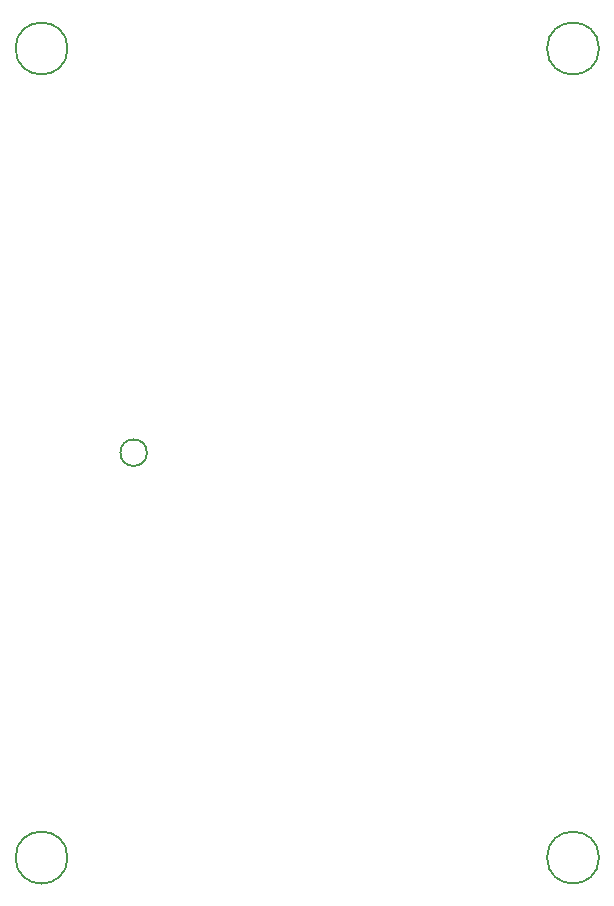
<source format=gbr>
%TF.GenerationSoftware,KiCad,Pcbnew,8.0.5-8.0.5-0~ubuntu22.04.1*%
%TF.CreationDate,2024-09-30T16:19:24+02:00*%
%TF.ProjectId,HB-UNI-SEN-BATT_E07-868MS10_FUEL4EP,48422d55-4e49-42d5-9345-4e2d42415454,1.3*%
%TF.SameCoordinates,Original*%
%TF.FileFunction,Other,Comment*%
%FSLAX46Y46*%
G04 Gerber Fmt 4.6, Leading zero omitted, Abs format (unit mm)*
G04 Created by KiCad (PCBNEW 8.0.5-8.0.5-0~ubuntu22.04.1) date 2024-09-30 16:19:24*
%MOMM*%
%LPD*%
G01*
G04 APERTURE LIST*
%ADD10C,0.150000*%
G04 APERTURE END LIST*
D10*
%TO.C,Module1*%
X23925000Y37530000D02*
G75*
G02*
X21675000Y37530000I-1125000J0D01*
G01*
X21675000Y37530000D02*
G75*
G02*
X23925000Y37530000I1125000J0D01*
G01*
%TO.C,H2*%
X62200000Y71750000D02*
G75*
G02*
X57800000Y71750000I-2200000J0D01*
G01*
X57800000Y71750000D02*
G75*
G02*
X62200000Y71750000I2200000J0D01*
G01*
%TO.C,H4*%
X62200000Y3250000D02*
G75*
G02*
X57800000Y3250000I-2200000J0D01*
G01*
X57800000Y3250000D02*
G75*
G02*
X62200000Y3250000I2200000J0D01*
G01*
%TO.C,H1*%
X17200000Y71750000D02*
G75*
G02*
X12800000Y71750000I-2200000J0D01*
G01*
X12800000Y71750000D02*
G75*
G02*
X17200000Y71750000I2200000J0D01*
G01*
%TO.C,H3*%
X17200000Y3250000D02*
G75*
G02*
X12800000Y3250000I-2200000J0D01*
G01*
X12800000Y3250000D02*
G75*
G02*
X17200000Y3250000I2200000J0D01*
G01*
%TD*%
M02*

</source>
